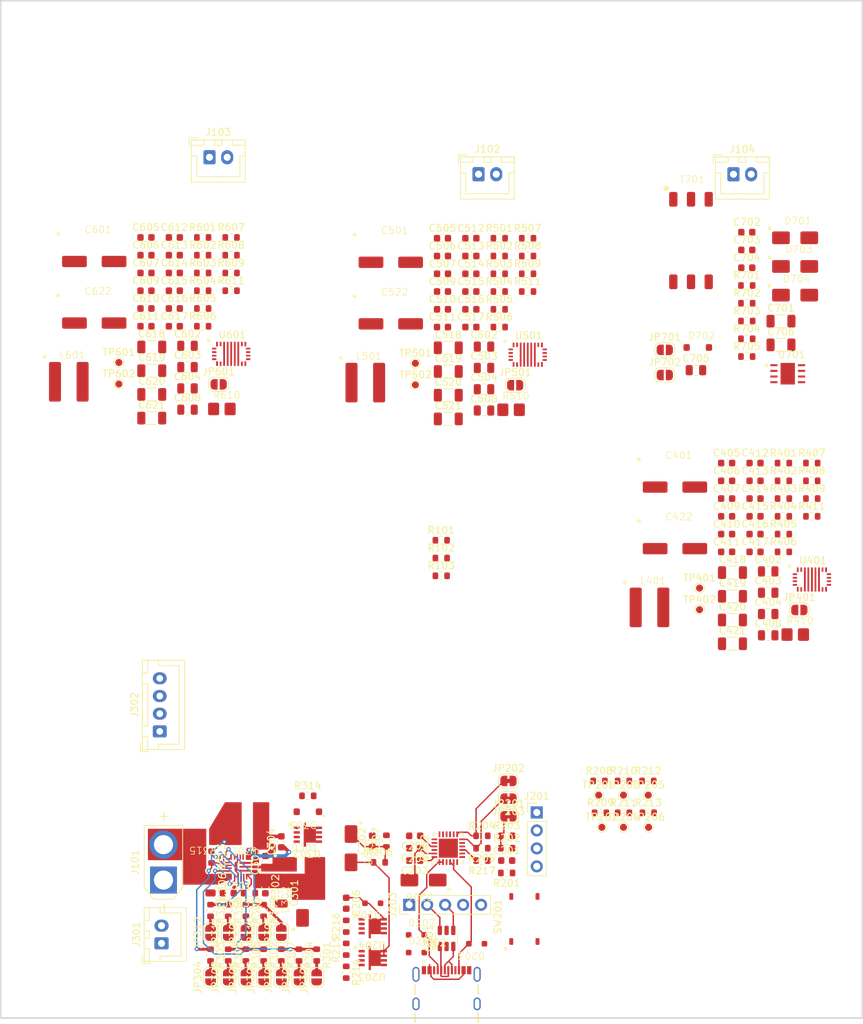
<source format=kicad_pcb>
(kicad_pcb (version 20240108) (generator "pcbnew") (generator_version "8.0")
  (layers (0 "F.Cu" signal) (1 "In1.Cu" power) (2 "In2.Cu" power) (31 "B.Cu" signal) (34 "B.Paste" user) (35 "F.Paste" user) (36 "B.SilkS" user "B.Silkscreen") (37 "F.SilkS" user "F.Silkscreen") (38 "B.Mask" user) (39 "F.Mask" user) (44 "Edge.Cuts" user))
  (net 0 "")
  (net 1 "/USB-C PD/RESET")
  (net 2 "GND")
  (net 3 "Net-(C202-Pad1)")
  (net 4 "Net-(U202-VDD)")
  (net 5 "Net-(U202-VREG_1V2)")
  (net 6 "Net-(U202-VREG_2V7)")
  (net 7 "Net-(C206-Pad2)")
  (net 8 "/Charger/VIN")
  (net 9 "/Buck-Boost-1/VIN")
  (net 10 "Net-(U301-BST)")
  (net 11 "Net-(U301-SW)")
  (net 12 "Net-(U301-VCC)")
  (net 13 "/Charger/VBATT")
  (net 14 "/Buck-Boost-1/VCC")
  (net 15 "Net-(U401-DITH{slash}SYNC)")
  (net 16 "Net-(U401-SW1)")
  (net 17 "Net-(U401-BOOT1)")
  (net 18 "Net-(U401-BOOT2)")
  (net 19 "Net-(U401-SW2)")
  (net 20 "Net-(U401-VOUT)")
  (net 21 "Net-(U401-ISP)")
  (net 22 "Net-(U401-ISN)")
  (net 23 "Net-(C415-Pad1)")
  (net 24 "Net-(U401-COMP)")
  (net 25 "/Buck-Boost-2/VCC")
  (net 26 "Net-(U501-DITH{slash}SYNC)")
  (net 27 "Net-(U501-BOOT1)")
  (net 28 "Net-(U501-SW1)")
  (net 29 "Net-(U501-SW2)")
  (net 30 "Net-(U501-BOOT2)")
  (net 31 "Net-(U501-VOUT)")
  (net 32 "Net-(U501-ISP)")
  (net 33 "Net-(U501-ISN)")
  (net 34 "Net-(C515-Pad1)")
  (net 35 "Net-(U501-COMP)")
  (net 36 "/Buck-Boost-3/VCC")
  (net 37 "Net-(U601-DITH{slash}SYNC)")
  (net 38 "Net-(U601-BOOT1)")
  (net 39 "Net-(U601-SW1)")
  (net 40 "Net-(U601-SW2)")
  (net 41 "Net-(U601-BOOT2)")
  (net 42 "Net-(U601-VOUT)")
  (net 43 "Net-(U601-ISP)")
  (net 44 "Net-(U601-ISN)")
  (net 45 "Net-(C615-Pad1)")
  (net 46 "Net-(U601-COMP)")
  (net 47 "/Buck-Boost-1/VOUT")
  (net 48 "/Isolated Flyback/VOUT+")
  (net 49 "Net-(C704-Pad1)")
  (net 50 "/Isolated Flyback/VOUT-")
  (net 51 "VBUS")
  (net 52 "/USB-C PD/CC1")
  (net 53 "/USB-C PD/CC2")
  (net 54 "/USB-C PD/VSYS")
  (net 55 "Net-(D302-Pad1)")
  (net 56 "Net-(D701-K)")
  (net 57 "/Isolated Flyback/SW")
  (net 58 "Net-(D703-Pad2)")
  (net 59 "/USB-C PD/pre_esd_D_N")
  (net 60 "SHIELD")
  (net 61 "SHIELD_1")
  (net 62 "/USB-C PD/pre_esd_D_P")
  (net 63 "SHIELD_2")
  (net 64 "SHIELD_3")
  (net 67 "Net-(JP201-A)")
  (net 68 "/USB-C PD/ADDR1")
  (net 69 "/USB-C PD/ADDR0")
  (net 70 "Net-(JP301-B)")
  (net 71 "Net-(JP302-B)")
  (net 72 "/Charger/CELL")
  (net 73 "Net-(JP304-B)")
  (net 74 "Net-(JP305-B)")
  (net 75 "Net-(JP306-B)")
  (net 76 "Net-(JP307-B)")
  (net 77 "Net-(JP308-B)")
  (net 78 "Net-(JP309-B)")
  (net 79 "Net-(JP310-B)")
  (net 80 "Net-(JP311-B)")
  (net 81 "Net-(JP312-B)")
  (net 82 "Net-(JP401-A)")
  (net 83 "Net-(JP501-A)")
  (net 84 "Net-(JP601-A)")
  (net 85 "Net-(JP701-B)")
  (net 86 "/Isolated Flyback/FB")
  (net 87 "Net-(JP702-B)")
  (net 88 "Net-(U301-CSP)")
  (net 89 "/Buck-Boost-1/FB_BT")
  (net 90 "/Buck-Boost-2/FB_BT")
  (net 91 "/Buck-Boost-3/FB_BT")
  (net 92 "/USB-C PD/SCL")
  (net 93 "/USB-C PD/SDA")
  (net 94 "Net-(U202-VBUS_VS_DISCH)")
  (net 95 "/USB-C PD/ALERT")
  (net 96 "/USB-C PD/POWER_OK2")
  (net 97 "/USB-C PD/POWER_OK3")
  (net 98 "/USB-C PD/A_B_SIDE")
  (net 99 "/USB-C PD/ATTACH")
  (net 100 "/USB-C PD/GPIO")
  (net 101 "Net-(R214-Pad1)")
  (net 102 "Net-(U202-VBUS_EN_SNK)")
  (net 103 "Net-(U202-DISCH)")
  (net 104 "/Charger/ILIM")
  (net 105 "/Charger/ISET")
  (net 106 "/Charger/NTC")
  (net 107 "/Charger/VB")
  (net 108 "/Charger/EN")
  (net 109 "/Buck-Boost-1/EN")
  (net 110 "Net-(U401-FSW)")
  (net 111 "/Buck-Boost-1/PG")
  (net 112 "/Buck-Boost-1/~{CC}")
  (net 113 "Net-(U401-CDC)")
  (net 114 "/Buck-Boost-2/EN")
  (net 115 "Net-(U501-FSW)")
  (net 116 "/Buck-Boost-2/PG")
  (net 117 "/Buck-Boost-2/~{CC}")
  (net 118 "Net-(U501-CDC)")
  (net 119 "/Buck-Boost-2/VOUT")
  (net 120 "/Buck-Boost-3/EN")
  (net 121 "Net-(U601-FSW)")
  (net 122 "/Buck-Boost-3/PG")
  (net 123 "/Buck-Boost-3/~{CC}")
  (net 124 "Net-(U601-CDC)")
  (net 125 "/Buck-Boost-3/VOUT")
  (net 126 "Net-(U701-RSET)")
  (net 129 "/USB-C PD/D_N")
  (net 131 "/USB-C PD/D_P")
  (net 133 "/Charger/~{ACOK}")
  (net 134 "/Charger/~{STAT}")
  (footprint "USB4105-GF-A:USB4105-GF-A" (layer "F.Cu") (at 125.25 159)
    (property "Reference" "J202")
    (property "Value" "USB4105-GF-A")
  )
  (footprint "Package_DFN_QFN:QFN-24-1EP_4x4mm_P0.5mm_EP2.7x2.7mm" (layer "F.Cu") (at 125.5 137 90)
    (property "Reference" "U202")
    (property "Value" "~")
  )
  (footprint "Jumper:SolderJumper-2_P1.3mm_Open_RoundedPad1.0x1.5mm" (layer "F.Cu") (at 156.085 66.59)
    (property "Reference" "JP701")
    (property "Value" "15 Volts")
  )
  (footprint "Capacitor_SMD:C_0603_1608Metric" (layer "F.Cu") (at 124.675 50.815)
    (property "Reference" "C505")
    (property "Value" "1u")
  )
  (footprint "TestPoint:TestPoint_Pad_D1.0mm" (layer "F.Cu") (at 161 100.25)
    (property "Reference" "TP401")
    (property "Value" "TestPoint")
  )
  (footprint "Capacitor_SMD:C_1206_3216Metric" (layer "F.Cu") (at 165.65 98.06)
    (property "Reference" "C418")
    (property "Value" "22u")
  )
  (footprint "Resistor_SMD:R_0603_1608Metric" (layer "F.Cu") (at 167.675 60)
    (property "Reference" "R702")
    (property "Value" "153.2k")
  )
  (footprint "1N4148W-13-F:1N4148W-13-F" (layer "F.Cu") (at 160.75 66.25)
    (property "Reference" "D702")
    (property "Value" "~")
  )
  (footprint "Resistor_SMD:R_0603_1608Metric" (layer "F.Cu") (at 150.25 132)
    (property "Reference" "R211")
    (property "Value" "100k")
  )
  (footprint "74438367010:74438367010" (layer "F.Cu") (at 113.77 71.21)
    (property "Reference" "L501")
    (property "Value" "1u")
  )
  (footprint "Capacitor_SMD:C_1206_3216Metric" (layer "F.Cu") (at 83.595 72.88)
    (property "Reference" "C620")
    (property "Value" "22u")
  )
  (footprint "Resistor_SMD:R_0603_1608Metric" (layer "F.Cu") (at 133.75 135.25)
    (property "Reference" "R203")
    (property "Value" "2.2k")
  )
  (footprint "Resistor_SMD:R_0603_1608Metric" (layer "F.Cu") (at 136.705 50.815)
    (property "Reference" "R507")
    (property "Value" "8.06k")
  )
  (footprint "Resistor_SMD:R_0603_1608Metric" (layer "F.Cu") (at 132.695 50.815)
    (property "Reference" "R501")
    (property "Value" "100k")
  )
  (footprint "Resistor_SMD:R_0603_1608Metric" (layer "F.Cu") (at 132.695 58.345)
    (property "Reference" "R504")
    (property "Value" "100k")
  )
  (footprint "74438367100:74438367100" (layer "F.Cu") (at 97.1 133.475 180)
    (property "Reference" "L301")
    (property "Value" "10u")
  )
  (footprint "865080543009:865080543009" (layer "F.Cu") (at 75.47 54.095)
    (property "Reference" "C601")
    (property "Value" "47u")
  )
  (footprint "Resistor_SMD:R_0603_1608Metric" (layer "F.Cu") (at 176.86 82.58)
    (property "Reference" "R407")
    (property "Value" "8.06k")
  )
  (footprint "PE1206FRE470R02L:PE1206FRE470R02L" (layer "F.Cu") (at 134.366993 75.05)
    (property "Reference" "R510")
    (property "Value" "20m")
  )
  (footprint "Jumper:SolderJumper-2_P1.3mm_Open_RoundedPad1.0x1.5mm" (layer "F.Cu") (at 175.1 103.34)
    (property "Reference" "JP401")
    (property "Value" "EN")
  )
  (footprint "Resistor_SMD:R_0603_1608Metric" (layer "F.Cu") (at 167.675 62.51)
    (property "Reference" "R703")
    (property "Value" "203.2k")
  )
  (footprint "Capacitor_SMD:C_0603_1608Metric" (layer "F.Cu") (at 82.775 58.23)
    (property "Reference" "C609")
    (property "Value" "10n")
  )
  (footprint "Resistor_SMD:R_0603_1608Metric" (layer "F.Cu") (at 104.4 152.1 -90)
    (property "Reference" "R304")
    (property "Value" "40.2k")
  )
  (footprint "Capacitor_SMD:C_0603_1608Metric" (layer "F.Cu") (at 128.685 60.855)
    (property "Reference" "C516")
    (property "Value" "1u")
  )
  (footprint "SISA35DN-T1-GE3:SISA35DN-T1-GE3" (layer "F.Cu") (at 114.822999 152.525001 180)
    (property "Reference" "U203")
    (property "Value" "~")
  )
  (footprint "Capacitor_SMD:C_0805_2012Metric" (layer "F.Cu") (at 88.645 75.04)
    (property "Reference" "C608")
    (property "Value" "4.7u")
  )
  (footprint "Connector_JST:JST_XH_B2B-XH-A_1x02_P2.50mm_Vertical" (layer "F.Cu") (at 129.77 41.77)
    (property "Reference" "J102")
    (property "Value" "5V")
  )
  (footprint "Resistor_SMD:R_0603_1608Metric" (layer "F.Cu") (at 172.85 87.6)
    (property "Reference" "R403")
    (property "Value" "9.31k")
  )
  (footprint "Capacitor_SMD:C_0603_1608Metric" (layer "F.Cu") (at 99.65 138.875 90)
    (property "Reference" "C303")
    (property "Value" "2.2u")
  )
  (footprint "Capacitor_SMD:C_0805_2012Metric" (layer "F.Cu") (at 130.545 75.155)
    (property "Reference" "C508")
    (property "Value" "4.7u")
  )
  (footprint "Capacitor_SMD:C_0805_2012Metric" (layer "F.Cu") (at 160.485 69.46)
    (property "Reference" "C705")
    (property "Value" "10u")
  )
  (footprint "Resistor_SMD:R_0603_1608Metric" (layer "F.Cu") (at 91.9 152.1 -90)
    (property "Reference" "R303")
    (property "Value" "10k")
  )
  (footprint "LM5181NGUR:NGU0008C-IPC_A" (layer "F.Cu") (at 173.461067 69.955)
    (property "Reference" "U701")
    (property "Value" "~")
  )
  (footprint "Jumper:SolderJumper-2_P1.3mm_Open_RoundedPad1.0x1.5mm" (layer "F.Cu") (at 96.9 155.25 90)
    (property "Reference" "JP306")
    (property "Value" "2 Amp")
  )
  (footprint "865080543009:865080543009" (layer "F.Cu") (at 117.37 54.21)
    (property "Reference" "C501")
    (property "Value" "47u")
  )
  (footprint "Jumper:SolderJumper-2_P1.3mm_Open_RoundedPad1.0x1.5mm" (layer "F.Cu") (at 101.9 155.25 90)
    (property "Reference" "JP308")
    (property "Value" "3 Amp")
  )
  (footprint "TPS552872RYQR:TPS552872RYQR" (layer "F.Cu") (at 136.72 67.27)
    (property "Reference" "U501")
    (property "Value" "~" (hide yes))
  )
  (footprint "Connector_PinHeader_2.54mm:PinHeader_1x04_P2.54mm_Vertical" (layer "F.Cu") (at 138 131.95)
    (property "Reference" "J201")
    (property "Value" "Conn_01x04_Socket")
  )
  (footprint "Jumper:SolderJumper-2_P1.3mm_Bridged_RoundedPad1.0x1.5mm" (layer "F.Cu") (at 134 132.5)
    (property "Reference" "JP201")
    (property "Value" "SolderJumper_2_Bridged")
  )
  (footprint "Resistor_SMD:R_0603_1608Metric" (layer "F.Cu") (at 92.05 138.25 -90)
    (property "Reference" "R313")
    (property "Value" "10k")
  )
  (footprint "Capacitor_SMD:C_0805_2012Metric" (layer "F.Cu") (at 130.545 69.135)
    (property "Reference" "C503")
    (property "Value" "10u")
  )
  (footprint "Capacitor_SMD:C_0603_1608Metric" (layer "F.Cu") (at 124.675 53.325)
    (property "Reference" "C506")
    (property "Value" "100n")
  )
  (footprint "Capacitor_SMD:C_0603_1608Metric" (layer "F.Cu") (at 82.775 60.74)
    (property "Reference" "C610")
    (property "Value" "100n")
  )
  (footprint "Capacitor_SMD:C_0603_1608Metric" (layer "F.Cu") (at 168.84 92.62)
    (property "Reference" "C416")
    (property "Value" "1u")
  )
  (footprint "Jumper:SolderJumper-2_P1.3mm_Bridged_RoundedPad1.0x1.5mm" (layer "F.Cu") (at 134 130 180)
    (property "Reference" "JP203")
    (property "Value" "SolderJumper_2_Bridged")
  )
  (footprint "Resistor_SMD:R_0603_1608Metric" (layer "F.Cu") (at 101.9 152.1 -90)
    (property "Reference" "R307")
    (property "Value" "27.4k")
  )
  (footprint "Capacitor_SMD:C_0603_1608Metric" (layer "F.Cu") (at 101.9 136.1 90)
    (property "Reference" "C304")
    (property "Value" "100n")
  )
  (footprint "Resistor_SMD:R_0603_1608Metric" (layer "F.Cu") (at 132.695 63.365)
    (property "Reference" "R506")
    (property "Value" "150k")
  )
  (footprint "Capacitor_SMD:C_0603_1608Metric" (layer "F.Cu") (at 164.83 92.62)
    (property "Reference" "C410")
    (property "Value" "100n")
  )
  (footprint "Capacitor_SMD:C_0603_1608Metric" (layer "F.Cu") (at 128.685 53.325)
    (property "Reference" "C513")
    (property "Value" "100n")
  )
  (footprint "Capacitor_SMD:C_0603_1608Metric" (layer "F.Cu") (at 111.072999 144.775001 -90)
    (property "Reference" "C206")
    (property "Value" "100n")
  )
  (footprint "Resistor_SMD:R_0603_1608Metric" (layer "F.Cu") (at 116.75 136 90)
    (property "Reference" "R207")
    (property "Value" "1k")
  )
  (footprint "Jumper:SolderJumper-2_P1.3mm_Open_RoundedPad1.0x1.5mm" (layer "F.Cu") (at 104.4 155.25 90)
    (property "Reference" "JP305")
    (property "Value" "2 Amp")
  )
  (footprint "Capacitor_SMD:C_0603_1608Metric" (layer "F.Cu") (at 86.785 63.25)
    (property "Reference" "C617")
    (property "Value" "100p")
  )
  (footprint "Resistor_SMD:R_0603_1608Metric" (layer "F.Cu") (at 147 132)
    (property "Reference" "R209")
    (property "Value" "100k")
  )
  (footprint "Resistor_SMD:R_0603_1608Metric" (layer "F.Cu") (at 146.8 127.5)
    (property "Reference" "R208")
    (property "Value" "100k")
  )
  (footprint "Capacitor_SMD:C_0805_2012Metric" (layer "F.Cu") (at 170.7 97.89)
    (property "Reference" "C402")
    (property "Value" "10u")
  )
  (footprint "Capacitor_SMD:C_0805_2012Metric" (layer "F.Cu") (at 88.645 69.02)
    (property "Reference" "C603")
    (property "Value" "10u")
  )
  (footprint "Resistor_SMD:R_0603_1608Metric" (layer "F.Cu") (at 90.795 63.25)
    (property "Reference" "R606")
    (property "Value" "150k")
  )
  (footprint "Capacitor_SMD:C_0603_1608Metric" (layer "F.Cu") (at 164.83 90.11)
    (property "Reference" "C409")
    (property "Value" "10n")
  )
  (footprint "Resistor_SMD:R_0603_1608Metric" (layer "F.Cu") (at 94.4 152.1 -90)
    (property "Reference" "R308")
    (property "Value" "31.6k")
  )
  (footprint "Capacitor_SMD:C_0805_2012Metric" (layer "F.Cu") (at 130.545 66.125)
    (property "Reference" "C502")
    (property "Value" "10u")
  )
  (footprint "Capacitor_SMD:C_0603_1608Metric" (layer "F.Cu") (at 124.675 63.365)
    (property "Reference" "C511")
    (property "Value" "100n")
  )
  (footprint "Resistor_SMD:R_0603_1608Metric" (layer "F.Cu") (at 153.7 127.5)
    (property "Reference" "R212")
    (property "Value" "100k")
  )
  (footprint "Resistor_SMD:R_0603_1608Metric" (layer "F.Cu") (at 132.695 53.325)
    (property "Reference" "R502")
    (property "Value" "100k")
  )
  (footprint "TestPoint:TestPoint_Pad_D1.0mm" (layer "F.Cu") (at 161 103.3)
    (property "Reference" "TP402")
    (property "Value" "TestPoint")
  )
  (footprint "STS321240B301:STS321240B301" (layer "F.Cu") (at 114.822999 144.775001 180)
    (property "Reference" "D204")
    (property "Value" "24V")
  )
  (footprint "Resistor_SMD:R_0603_1608Metric" (layer "F.Cu") (at 106.9 152.1 -90)
    (property "Reference" "R301")
    (property "Value" "80.6k")
  )
  (footprint "Resistor_SMD:R_0603_1608Metric" (layer "F.Cu") (at 130.25 135.25)
    (property "Reference" "R204")
    (property "Value" "100k")
  )
  (footprint "Resistor_SMD:R_0603_1608Metric" (layer "F.Cu") (at 172.85 85.09)
    (property "Reference" "R402")
    (property "Value" "100k")
  )
  (footprint "Jumper:SolderJumper-2_P1.3mm_Bridged_RoundedPad1.0x1.5mm" (layer "F.Cu") (at 134 127.5)
    (property "Reference" "JP202")
    (property "Value" "SolderJumper_2_Bridged")
  )
  (footprint "Capacitor_SMD:C_0805_2012Metric" (layer "F.Cu") (at 91.9 142.375 -90)
    (property "Reference" "C306")
    (property "Value" "10u")
  )
  (footprint "STS321240B301:STS321240B301" (layer "F.Cu") (at 129.5 150.5 180)
    (property "Reference" "D203")
    (property "Value" "24V")
  )
  (footprint "865080543009:865080543009" (layer "F.Cu") (at 75.47 62.795)
    (property "Reference" "C622")
    (property "Value" "47u")
  )
  (footprint "TestPoint:TestPoint_Pad_D1.0mm" (layer "F.Cu") (at 150.25 134.05)
    (property "Reference" "TP204")
    (property "Value" "TestPoint")
  )
  (footprint "Resistor_SMD:R_0603_1608Metric" (layer "F.Cu") (at 176.86 90.11)
    (property "Reference" "R411")
    (property "Value" "100k")
  )
  (footprint "Capacitor_SMD:C_0603_1608Metric" (layer "F.Cu") (at 86.785 50.7)
    (property "Reference" "C612")
    (property "Value" "100n")
  )
  (footprint "Jumper:SolderJumper-2_P1.3mm_Open_RoundedPad1.0x1.5mm" (layer "F.Cu") (at 93.045 71.46)
    (property "Reference" "JP601")
    (property "Value" "EN")
  )
  (footprint "Resistor_SMD:R_0603_1608Metric" (layer "F.Cu") (at 130.25 137 180)
    (property "Reference" "R205")
    (property "Value" "100k")
  )
  (footprint "Capacitor_SMD:C_1206_3216Metric" (layer "F.Cu") (at 172.505 65.88)
    (property "Reference" "C706")
    (property "Value" "22u")
  )
  (footprint "Jumper:SolderJumper-2_P1.3mm_Open_RoundedPad1.0x1.5mm" (layer "F.Cu") (at 91.9 148.95 90)
    (property "Reference" "JP312")
    (property "Value" "4.2 Volts")
  )
  (footprint "xt30:AMASS_XT30U-F_1x02_P5.0mm_Vertical" (layer "F.Cu") (at 85.25 141.5 90)
    (property "Reference" "J101")
    (property "Value" "Battery")
  )
  (footprint "MP2759GQ-0000-Z:MP2759GQ-0000-Z" (layer "F.Cu") (at 95.9 139.625 180)
    (property "Reference" "U301")
    (property "Value" "~")
  )
  (footprint "Jumper:SolderJumper-2_P1.3mm_Open_RoundedPad1.0x1.5mm" (layer "F.Cu") (at 96.9 148.95 90)
    (property "Reference" "JP307")
    (property "Value" "2-cell series")
  )
  (footprint "Capacitor_SMD:C_0603_1608Metric" (layer "F.Cu") (at 124.675 60.855)
    (property "Reference" "C510")
    (property "Value" "100n")
  )
  (footprint "Capacitor_SMD:C_0603_1608Metric" (layer "F.Cu") (at 86.785 55.72)
    (property "Reference" "C614")
    (property "Value" "100n")
  )
  (footprint "SMAZ22-13-F:SMAZ22-13-F" (layer "F.Cu") (at 174.5 58.85)
    (property "Reference" "D704")
    (property "Value" "22V")
  )
  (footprint "Resistor_SMD:R_0603_1608Metric" (layer "F.Cu") (at 172.85 82.58)
    (property "Reference" "R401")
    (property "Value" "100k")
  )
  (footprint "750315829:750315829" (layer "F.Cu") (at 159.794 51.14041)
    (property "Reference" "T701")
    (property "Value" "150u")
  )
  (footprint "SK34SMA-3G:SK34SMA-3G" (layer "F.Cu") (at 104.9 144.85 90)
    (property "Reference" "D302")
    (property "Value" "~")
  )
  (footprint "Resistor_SMD:R_0603_1608Metric" (layer "F.Cu") (at 99.4 152.1 -90)
    (property "Reference" "R302")
    (property "Value" "95.3")
  )
  (footprint "Capacitor_SMD:C_0805_2012Metric" (layer "F.Cu") (at 170.7 100.9)
    (property "Reference" "C403")
    (property "Value" "10u")
  )
  (footprint "Resistor_SMD:R_0603_1608Metric" (layer "F.Cu") (at 172.85 92.62)
    (property "Reference" "R405")
    (property "Value" "100k")
  )
  (footprint "Capacitor_SMD:C_1206_3216Metric" (layer "F.Cu") (at 125.495 66.295)
    (property "Reference" "C518")
    (property "Value" "22u")
  )
  (footprint "Capacitor_SMD:C_0603_1608Metric" (layer "F.Cu") (at 120.75 135.25 180)
    (property "Reference" "C204")
    (property "Value" "1u")
  )
  (footprint "SK34SMA-3G:SK34SMA-3G" (layer "F.Cu") (at 104.65 139.35)
    (property "Reference" "D301")
    (property "Value" "~")
  )
  (footprint "Capacitor_SMD:C_0603_1608Metric" (layer "F.Cu") (at 164.83 82.58)
    (property "Reference" "C405")
    (property "Value" "1u")
  )
  (footprint "Capacitor_SMD:C_0603_1608Metric" (layer "F.Cu") (at 128.685 63.365)
    (property "Reference" "C517")
    (property "Value" "100p")
  )
  (footprint "Capacitor_SMD:C_0603_1608Metric" (layer "F.Cu") (at 120.75 137 180)
    (property "Reference" "C205")
    (property "Value" "1u")
  )
  (footprint "Resistor_SMD:R_0603_1608Metric" (layer "F.Cu") (at 99.4 145.8 -90)
    (property "Reference" "R309")
    (property "Value" "65k")
  )
  (footprint "BZT52C11-7-F:BZT52C11-7-F" (layer "F.Cu") (at 105.65 131.85 180)
    (property "Reference" "D303")
    (property "Value" "11V")
  )
  (footprint "Capacitor_SMD:C_0603_1608Metric" (layer "F.Cu") (at 168.84 85.09)
    (property "Reference" "C413")
    (property "Value" "100n")
  )
  (footprint "Capacitor_SMD:C_0603_1608Metric" (layer "F.Cu") (at 128.685 50.815)
    (property "Reference" "C512")
    (property "Value" "100n")
  )
  (footprint "Jumper:SolderJumper-2_P1.3mm_Open_RoundedPad1.0x1.5mm" (layer "F.Cu") (at 134.945 71.575)
    (property "Reference" "JP501")
    (property "Value" "EN")
  )
  (footprint "Capacitor_SMD:C_0603_1608Metric" (layer "F.Cu") (at 133.75 138.75)
    (property "Reference" "C201")
    (property "Value" "100n")
  )
  (footprint "SK34SMA-3G:SK34SMA-3G" (layer "F.Cu") (at 122 141.5 180)
    (property "Reference" "D206")
    (property "Value" "~")
  )
  (footprint "Capacitor_SMD:C_0603_1608Metric" (layer "F.Cu") (at 124.675 58.345)
    (property "Reference" "C509")
    (property "Value" "10n")
  )
  (footprint "Resistor_SMD:R_0603_1608Metric" (layer "F.Cu") (at 105.65 129.6)
    (property "Reference" "R314")
    (property "Value" "1M")
  )
  (footprint "Capacitor_SMD:C_1206_3216Metric" (layer "F.Cu") (at 125.495 76.345)
    (property "Reference" "C521")
    (property "Value" "22u")
  )
  (footprint "Resistor_SMD:R_0603_1608Metric" (layer "F.Cu") (at 136.705 58.345)
    (property "Reference" "R511")
    (property "Value" "100k")
  )
  (footprint "Capacitor_SMD:C_1206_3216Metric" (layer "F.Cu") (at 165.65 104.76)
    (property "Reference" "C420")
    (property "Value" "22u")
  )
  (footprint "Resistor_SMD:R_0603_1608Metric" (layer "F.Cu") (at 133.75 137)
    (property "Reference" "R202")
    (property "Value" "2.2k")
  )
  (footprint "Capacitor_SMD:C_0603_1608Metric" (layer "F.Cu") (at 86.785 53.21)
    (property "Reference" "C613")
    (property "Value" "100n")
  )
  (footprint "Capacitor_SMD:C_1206_3216Metric" (layer "F.Cu") (at 172.505 62.53)
    (property "Reference" "C701")
    (property "Value" "22u")
  )
  (footprint "Capacitor_SMD:C_1206_3216Metric" (layer "F.Cu") (at 101.9 143.35 -90)
    (property "Reference" "C301")
    (property "Value" "22u")
  )
  (footprint "TestPoint:TestPoint_Pad_D1.0mm" (layer "F.Cu") (at 153.75 129.5)
    (property "Reference" "TP205")
    (property "Value" "TestPoint")
  )
  (footprint "STS321240B301:STS321240B301" (layer "F.Cu") (at 121 149.25)
    (property "Reference" "D202")
    (property "Value" "24V")
  )
  (footprint "Resistor_SMD:R_0603_1608Metric" (layer "F.Cu") (at 96.9 152.1 -90)
    (property "Reference" "R305")
    (property "Value" "47.5k")
  )
  (footprint "Resistor_SMD:R_0603_1608Metric" (layer "F.Cu") (at 90.795 60.74)
    (property "Reference" "R605")
    (property "Value" "100k")
  )
  (footprint "Resistor_SMD:R_0603_1608Metric" (layer "F.Cu") (at 176.86 85.09)
    (property "Reference" "R408")
    (property "Value" "10")
  )
  (footprint "Resistor_SMD:R_0603_1608Metric" (layer "F.Cu") (at 96.9 145.8 -90)
    (property "Reference" "R306")
    (property "Value" "35k")
  )
  (footprint "SISA35DN-T1-GE3:SISA35DN-T1-GE3" (layer "F.Cu") (at 105.65 135.1 180)
    (property "Reference" "U302")
    (property "Value" "~")
  )
  (footprint "Capacitor_SMD:C_0603_1608Metric" (layer "F.Cu") (at 168.84 87.6)
    (property "Reference" "C414")
    (property "Value" "100n")
  )
  (footprint "TestPoint:TestPoint_Pad_D1.0mm" (layer "F.Cu") (at 146.75 129.5)
    (property "Reference" "TP201")
    (property "Value" "TestPoint")
  )
  (footprint "Resistor_SMD:R_0603_1608Metric" (layer "F.Cu") (at 176.86 87.6)
    (property "Reference" "R409")
    (property "Value" "10")
  )
  (footprint "Resistor_SMD:R_0603_1608Metric" (layer "F.Cu") (at 94.805 58.23)
    (property "Reference" "R611")
    (property "Value" "100k")
  )
  (footprint "Capacitor_SMD:C_1206_3216Metric" (layer "F.Cu") (at 125.495 72.995)
    (property "Reference" "C520")
    (property "Value" "22u")
  )
  (footprint "Jumper:SolderJumper-2_P1.3mm_Open_RoundedPad1.0x1.5mm" (layer "F.Cu") (at 156.085 70.14)
    (property "Reference" "JP702")
    (property "Value" "20 Volts")
  )
  (footprint "SK34SMA-3G:SK34SMA-3G" (layer "F.Cu") (at 174.5 54.8)
    (property "Reference" "D703")
    (property "Value" "~")
  )
  (footprint "PE1206FRE470R02L:PE1206FRE470R02L" (layer "F.Cu") (at 93.5 74.935)
    (property "Reference" "R610")
    (property "Value" "20m")
  )
  (footprint "Capacitor_SMD:C_0805_2012Metric" (layer "F.Cu") (at 88.645 72.03)
    (property "Reference" "C604")
    (property "Value" "10u")
  )
  (footprint "Resistor_SMD:R_0603_1608Metric" (layer "F.Cu") (at 130.25 138.75 180)
    (property "Reference" "R217")
    (property "Value" "1k")
  )
  (footprint "Capacitor_SMD:C_1206_3216Metric" (layer "F.Cu") (at 83.595 76.23)
    (property "Reference" "C621")
    (property "Value" "22u")
  )
  (footprint "Resistor_SMD:R_0603_1608Metric" (layer "F.Cu") (at 153.75 132)
    (property "Reference" "R213")
    (property "Value" "100k")
  )
  (footprint "TestPoint:TestPoint_Pad_D1.0mm" (layer "F.Cu") (at 78.945 71.42)
    (property "Reference" "TP602")
    (property "Value" "TestPoint")
  )
  (footprint "Resistor_SMD:R_0603_1608Metric" (layer "F.Cu") (at 136.705 55.835)
    (property "Reference" "R509")
    (property "Value" "10")
  )
  (footprint "Capacitor_SMD:C_0603_1608Metric" (layer "F.Cu") (at 167.675 49.96)
    (property "Reference" "C702")
    (property "Value" "1u")
  )
  (footprint "Connector_JST:JST_XH_B2B-XH-A_1x02_P2.50mm_Vertical" (layer "F.Cu") (at 165.794 41.77541)
    (property "Reference" "J104")
    (property "Value" "V_ISOLATED")
  )
  (footprint "Connector_JST:JST_XH_B2B-XH-A_1x02_P2.50mm_Vertical" (layer "F.Cu") (at 91.75 39.375)
    (property "Reference" "J103")
    (property "Value" "3.3V")
  )
  (footprint "Capacitor_SMD:C_0603_1608Metric" (layer "F.Cu") (at 167.675 54.98)
    (property "Reference" "C704")
    (property "Value" "22p")
  )
  (footprint "Capacitor_SMD:C_0805_2012Metric" (layer "F.Cu") (at 170.7 103.91)
    (property "Reference" "C404")
    (property "Value" "10u")
  )
  (footprint "Jumper:SolderJumper-2_P1.3mm_Open_RoundedPad1.0x1.5mm" (layer "F.Cu") (at 101.9 148.95 90)
    (property "Reference" "JP303")
    (property "Value" "1-cell series")
  )
  (footprint "Capacitor_SMD:C_0603_1608Metric" (layer "F.Cu") (at 168.84 82.58)
    (property "Reference" "C412")
    (property "Value" "100n")
  )
  (footprint "TPS552872RYQR:TPS552872RYQR" (layer "F.Cu") (at 176.875 99.035)
    (property "Reference" "U401")
    (property "Value" "~" (hide yes))
  )
  (footprint "Resistor_SMD:R_0603_1608Metric" (layer "F.Cu") (at 90.795 53.21)
    (property "Reference" "R602")
    (property "Value" "100k")
  )
  (footprint "Resistor_SMD:R_0603_1608Metric" (layer "F.Cu") (at 132.695 55.835)
    (property "Reference" "R503")
    (property "Value" "9.31k")
  )
  (footprint "Resistor_SMD:R_0603_1608Metric" (layer "F.Cu") (at 91.9 145.8 -90)
    (property "Reference" "R311")
    (property "Value" "105k")
  )
  (footprint "PE1206FRE470R02L:PE1206FRE470R02L" (layer "F.Cu") (at 91.5 135.35 180)
    (property "Reference" "R315")
    (property "Value" "20m")
  )
  (footprint "Capacitor_SMD:C_0603_1608Metric" (layer "F.Cu") (at 82.775 55.72)
    (property "Reference" "C607")
    (property "Value" "100n")
  )
  (footprint "Jumper:SolderJumper-2_P1.3mm_Open_RoundedPad1.0x1.5mm" (layer "F.Cu") (at 91.9 155.25 90)
    (property "Reference" "JP304")
    (property "Value" "Dummy NTC")
  )
  (footprint "PTS526_SK15_SMTR2_LFS:SMT_FS" (layer "F.Cu") (at 136.25 147 90)
    (property "Reference" "SW201")
    (property "Value" "PTS526 SK15 SMTR2 LFS")
  )
  (footprint "TestPoint:TestPoint_Pad_D1.0mm" (layer "F.Cu") (at 150.25 129.5)
    (property "Reference" "TP203")
    (property "Value" "TestPoint")
  )
  (footprint "Resistor_SMD:R_0603_1608Metric" (layer "F.Cu") (at 90.795 58.23)
    (property "Reference" "R604")
    (property "Value" "100k")
  )
  (footprint "Resistor_SMD:R_0603_1608Metric" (layer "F.Cu") (at 90.795 55.72)
    (property "Reference" "R603")
    (property "Value" "9.31k")
  )
  (footprint "Resistor_SMD:R_0603_1608Metric" (layer "F.Cu") (at 111.072999 148.025001 90)
    (property "Reference" "R216")
    (property "Value" "100")
  )
  (footprint "Jumper:SolderJumper-2_P1.3mm_Open_RoundedPad1.0x1.5mm" (layer "F.Cu") (at 99.4 148.95 90)
    (property "Reference" "JP310")
    (property "Value" "3-cell series")
  )
  (footprint "Capacitor_SMD:C_1206_3216Metric" (layer "F.Cu") (at 125.495 69.645)
    (property "Reference" "C519")
    (property "Value" "22u")
  )
  (footprint "Capacitor_SMD:C_0603_1608Metric" (layer "F.Cu") (at 86.785 58.23)
    (property "Reference" "C615")
    (property "Value" "10n")
  )
  (footprint "TestPoint:TestPoint_Pad_D1.0mm" (layer "F.Cu") (at 78.945 68.37)
    (property "Reference" "TP601")
    (property "Value" "TestPoint")
  )
  (footprint "STS321240B301:STS321240B301" (layer "F.Cu") (at 121 151.75)
    (property "Reference" "D201")
    (property "Value" "24V")
  )
  (footprint "Capacitor_SMD:C_0603_1608Metric" (layer "F.Cu") (at 164.83 85.09)
    (property "Reference" "C406")
    (property "Value" "100n")
  )
  (footprint "Resistor_SMD:R_0603_1608Metric" (layer "F.Cu") (at 111.072999 151.275001 90)
    (property "Reference" "R215")
    (property "Value" "100k")
  )
  (footprint "SISA35DN-T1-GE3:SISA35DN-T1-GE3" (layer "F.Cu") (at 114.822999 148.025001 180)
    (property "Reference" "U204")
    (property "Value" "~")
  )
  (footprint "Resistor_SMD:R_0603_1608Metric" (layer "F.Cu") (at 124.5 98.51)
    (property "Reference" "R103")
    (property "Value" "56.2k")
  )
  (footprint "Resistor_SMD:R_0603_1608Metric" (layer "F.Cu") (at 94.805 55.72)
    (property "Reference" "R609")
    (property "Value" "10")
  )
  (footprint "Resistor_SMD:R_0603_1608Metric" (layer "F.Cu") (at 115.75 139)
    (property "Reference" "R206")
    (property "Value" "470")
  )
  (footprint "Capacitor_SMD:C_0603_1608Metric" (layer "F.Cu") (at 128.685 58.345)
    (property "Reference" "C515")
    (property "Value" "10n")
  )
  (footprint "Jumper:SolderJumper-2_P1.3mm_Open_RoundedPad1.0x1.5mm" (layer "F.Cu") (at 94.4 155.25 90)
    (property "Reference" "JP309")
    (property "Value" "3 Amp")
  )
  (footprint "Resistor_SMD:R_0603_1608Metric" (layer "F.Cu") (at 94.805 50.7)
    (property "Reference" "R607")
    (property "Value" "8.06k")
  )
  (footprint "Capacitor_SMD:C_0603_1608Metric" (layer "F.Cu") (at 128.685 55.835)
    (property "Reference" "C514")
    (property "Value" "100n")
  )
  (footprint "865080543009:865080543009" (layer "F.Cu") (at 157.525 85.975)
    (property "Reference" "C401")
    (property "Value" "47u")
  )
  (footprint "Capacitor_SMD:C_1206_3216Metric" (layer "F.Cu") (at 83.595 69.53)
    (property "Reference" "C619")
    (property "Value" "22u")
  )
  (footprint "Resistor_SMD:R_0603_1608Metric" (layer "F.Cu") (at 172.85 95.13)
    (property "Reference" "R406")
    (property "Value" "150k")
  )
  (footprint "Capacitor_SMD:C_0603_1608Metric" (layer "F.Cu") (at 124.675 55.835)
    (property "Reference" "C507")
    (property "Value" "100n")
  )
  (footprint "Capacitor_SMD:C_0603_1608Metric" (layer "F.Cu") (at 94.4 143.35 180)
    (property "Reference" "C305")
    (property "Value" "1u")
  )
  (footprint "74438367010:74438367010" (layer "F.Cu") (at 153.925 102.975)
    (property "Reference" "L401")
    (property "Value" "1u")
  )
  (footprint "Resistor_SMD:R_0603_1608Metric" (layer "F.Cu") (at 167.675 57.49)
    (property "Reference" "R701")
    (property "Value" "12.1k")
  )
  (footprint "Connector_PinHeader_2.54mm:PinHeader_1x05_P2.54mm_Vertical" (layer "F.Cu") (at 119.97 145 90)
    (property "Reference" "J203")
    (property "Value" "USB IDC")
  )
  (footprint "Capacitor_SMD:C_0805_2012Metric" (layer "F.Cu") (at 88.645 66.01)
    (property "Reference" "C602")
    (property "Value" "10u")
  )
  (footprint "Connector_JST:JST_XH_B4B-XH-A_1x04_P2.50mm_Vertical" (layer "F.Cu") (at 84.725 120.5 90)
    (property "Reference" "J302")
    (property "Value" "Conn_01x04_Socket")
  )
  (footprint "Capacitor_SMD:C_0603_1608Metric" (layer "F.Cu") (at 164.83 95.13)
    (property "Reference" "C411")
    (property "Value" "100n")
  )
  (footprint "865080543009:865080543009" (layer "F.Cu") (at 117.37 62.91)
    (property "Reference" "C522")
    (property "Value" "47u")
  )
  (footprint "Capacitor_SMD:C_0603_1608Metric" (layer "F.Cu") (at 168.84 95.13)
    (property "Reference" "C417")
    (property "Value" "100p")
  )
  (footprint "Capacitor_SMD:C_0603_1608Metric" (layer "F.Cu") (at 99.65 142.6 -90)
    (property "Reference" "C302")
    (property "Value" "1u")
  )
  (footprint "Resistor_SMD:R_0603_1608Metric" (layer "F.Cu") (at 124.5 93.49)
    (property "Reference" "R101")
    (property "Value" "8.06k")
  )
  (footprint "Resistor_SMD:R_0603_1608Metric" (layer "F.Cu") (at 90.795 50.7)
    (property "Reference" "R601")
    (property "Value" "100k")
  )
  (footprint "Resistor_SMD:R_0603_1608Metric" (layer "F.Cu") (at 167.675 67.53)
    (property "Reference" "R705")
    (property "Value" "2.2k")
  )
  (footprint "Capacitor_SMD:C_0603_1608Metric" (layer "F.Cu") (at 82.775 53.21)
    (property "Reference" "C606")
    (property "Value" "100n")
  )
  (footprint "Capacitor_SMD:C_0805_2012Metric" (layer "F.Cu") (at 170.7 106.92)
    (property "Reference" "C408")
    (property "Value" "4.7u")
  )
  (footprint "Capacitor_SMD:C_1206_3216Metric" (layer "F.Cu") (at 165.65 108.11)
    (property "Reference" "C421")
    (property "Value" "22u")
  )
  (footprint "Resistor_SMD:R_0603_1608Metric" (layer "F.Cu") (at 172.85 90.11)
    (property "Reference" "R404")
    (property "Value" "100k")
  )
  (footprint "865080543009:865080543009" (layer "F.Cu") (at 157.525 94.675)
    (property "Reference" "C422")
    (property "Value" "47u")
  )
  (footprint "Resistor_SMD:R_0603_1608Metric" (layer "F.Cu") (at 132.695 60.855)
    (property "Reference" "R505")
    (property "Value" "100k")
  )
  (footprint "PE1206FRE470R02L:PE1206FRE470R02L" (layer "F.Cu") (at 174.521993 106.815)
    (property "Reference" "R410")
    (property "Value" "20m")
  )
  (footprint "TestPoint:TestPoint_Pad_D1.0mm" (layer "F.Cu") (at 147.2 134.05)
    (property "Reference" "TP202")
    (property "Value" "TestPoint")
  )
  (footprint "Jumper:SolderJumper-2_P1.3mm_Open_RoundedPad1.0x1.5mm" (layer "F.Cu") (at 106.9 155.25 90)
    (property "Reference" "JP301")
    (property "Value" "1 Amp")
  )
  (footprint "Resistor_SMD:R_0603_1608Metric" (layer "F.Cu") (at 133.75 140.5 180)
    (property "Reference" "R201")
    (property "Value" "100k")
  )
  (footprint "Capacitor_SMD:C_0603_1608Metric" (layer "F.Cu") (at 164.83 87.6)
    (property "Reference" "C407")
    (property "Value" "100n")
  )
  (footprint "Resistor_SMD:R_0603_1608Metric" (layer "F.Cu") (at 111.072999 154.525001 -90)
    (property "Reference" "R214")
    (property "Value" "22k")
  )
  (footprint "Resistor_SMD:R_0603_1608Metric" (layer "F.Cu") (at 136.705 53.325)
    (property "Reference" "R508")
    (property "Value" "10")
  )
  (footprint "Capacitor_SMD:C_1206_3216Metric" (layer "F.Cu") (at 83.595 66.18)
    (property "Reference" "C618")
    (property "Value" "22u")
  )
  (footprint "Resistor_SMD:R_0603_1608Metric" (layer "F.Cu") (at 94.805 53.21)
    (property "Reference" "R608")
    (property "Value" "10")
  )
  (footprint "Resistor_SMD:R_0603_1608Metric" (layer "F.Cu") (at 167.675 65.02)
    (property "Reference" "R704")
    (property "Value" "100")
  )
  (footprint "Connector_JST:JST_XH_B2B-XH-A_1x02_P2.50mm_Vertical" (layer "F.Cu") (at 84.975 150.45 90)
    (property "Reference" "J301")
    (property "Value" "Conn_01x02_Socket")
  )
  (footprint "Capacitor_SMD:C_0603_1608Metric" (layer "F.Cu") (at 114.75 136 90)
    (property "Reference" "C202")
    (property "Value" "1u")
  )
  (footprint "TestPoint:TestPoint_Pad_D1.0mm" (layer "F.Cu") (at 120.845 68.485)
    (property "Reference" "TP501")
    (property "Value" "TestPoint")
  )
  (footprint "Capacitor_SMD:C_0603_1608Metric" (layer "F.Cu") (at 167.675 52.47)
    (property "Reference" "C703")
    (property "Value" "100n")
  )
  (footprint "SMAZ27-13-F:SMAZ27-13-F" (layer "F.Cu") (at 174.5 50.75)
    (property "Reference" "D701")
    (property "Value" "27V")
  )
  (footprint "Capacitor_SMD:C_0805_2012Metric" (layer "F.Cu") (at 130.545 72.145)
    (property "Reference" "C504")
    (property "Value" "10u")
  )
  (footprint "Resistor_SMD:R_0603_1608Metric" (layer "F.Cu") (at 124.5 96)
    (property "Reference" "R102")
    (property "Value" "31.6k")
  )
  (footprint "Capacitor_SMD:C_1206_3216Metric" (layer "F.Cu") (at 165.65 101.41)
    (property "Reference" "C419")
    (property "Value" "22u")
  )
  (footprint "74438367010:74438367010" (layer "F.Cu") (at 71.87 71.095)
    (property "Reference" "L601")
    (property "Value" "1u")
  )
  (footprint "Resistor_SMD:R_0603_1608Metric" (layer "F.Cu") (at 94.4 145.8 -90)
    (property "Reference" "R310")
    (property "Value" "65k")
  )
  (footprint "Capacitor_SMD:C_0603_1608Metric" (layer "F.Cu") (at 168.84 90.11)
    (property "Reference" "C415")
    (property "Value" "10n")
  )
  (footprint "SK34SMA-3G:SK34SMA-3G" (layer "F.Cu") (at 111.75 137 -90)
    (property "Reference" "D205")
    (property "Value" "~")
  )
  (footprint "Capacitor_SMD:C_0603_1608Metric" (layer "F.Cu") (at 82.775 50.7)
    (property "Reference" "C605")
    (property "Value" "1u")
  )
  (footprint "Package_TO_SOT_SMD:SOT-23-6" (layer "F.Cu") (at 125.25 149.75 90)
    (property "Reference" "U201")
    (property "Value" "USBLC6-2P6")
  )
  (footprint "Capacitor_SMD:C_0603_1608Metric" (layer "F.Cu") (at 86.785 60.74)
    (property "Reference" "C616")
    (property "Value" "1u")
  )
  (footprint "Jumper:SolderJumper-2_P1.3mm_Open_RoundedPad1.0x1.5mm" (layer "F.Cu") (at 94.4 148.95 90)
    (property "Reference" "JP311")
    (property "Value" "4.15 Volts")
  )
  (footprint "Capacitor_SMD:C_0603_1608Metric" (layer "F.Cu") (at 120.75 138.75 180)
    (property "Reference" "C203")
    (property "Value" "1u")
  )
  (footprint "TestPoint:TestPoint_Pad_D1.0mm" (layer "F.Cu") (at 120.845 71.535)
    (property "Reference" "TP502")
    (property "Value" "TestPoint")
  )
  (footprint "Resistor_SMD:R_0603_1608Metric" (layer "F.Cu") (at 150.25 127.5)
    (property "Reference" "R210")
    (property "Value" "100k")
  )
  (footprint "TestPoint:TestPoint_Pad_D1.0mm" (layer "F.Cu") (at 153.8 134.05)
    (property "Reference" "TP206")
    (property "Value" "TestPoint")
  )
  (footprint "Capacitor_SMD:C_0603_1608Metric" (layer "F.Cu") (at 82.775 63.25)
    (property "Reference" "C611")
    (property "Value" "100n")
  )
  (footprint "TPS552872RYQR:TPS552872RYQR" (layer "F.Cu") (at 94.82 67.155)
    (property "Reference" "U601")
    (property "Value" "~" (hide yes))
  )
  (footprint "Resistor_SMD:R_0603_1608Metric" (layer "F.Cu") (at 97.4 143.35 180)
    (property "Reference" "R312")
    (property "Value" "105k")
  )
  (footprint "Jumper:SolderJumper-2_P1.3mm_Open_RoundedPad1.0x1.5mm" (layer "F.Cu") (at 99.4 155.25 90)
    (property "Reference" "JP302")
    (property "Value" "1 Amp")
  )
  (gr_rect (start 62.25 17.25) (end 184 161) (stroke (width 0.2)) (fill none) (layer "Edge.Cuts"))
  (segment (start 99.65 138.1) (end 99.95 138.1) (width 0.2) (layer "F.Cu") (net 2))
  (segment (start 100.7 137.35) (end 100.7 136.65) (width 0.8) (layer "F.Cu") (net 2))
  (segment (start 95.8 140.55) (end 95.5 140.25) (width 0.2) (layer "F.Cu") (net 2))
  (segment (start 95.7 138.925) (end 95.5 139.125) (width 0.2) (layer "F.Cu") (net 2))
  (segment (start 95.7 138.225) (end 95.7 138.925) (width 0.2) (layer "F.Cu") (net 2))
  (segment (start 95.5 139.125) (end 95.5 140.125) (width 0.4) (layer "F.Cu") (net 2))
  (segment (start 95.5 140.25) (end 95.5 140.125) (width 0.2) (layer "F.Cu") (net 2))
  (segment (start 95.8 141.025) (end 95.8 140.55) (width 0.2) (layer "F.Cu") (net 2))
  (segment (start 99.95 138.1) (end 100.7 137.35) (width 0.8) (layer "F.Cu") (net 2))
  (segment (start 116.575 139) (end 116.575 137) (width 0.2) (layer "F.Cu") (net 3))
  (segment (start 114.75 136.775) (end 116.7 136.775) (width 0.2) (layer "F.Cu") (net 3))
  (segment (start 113.525 136.775) (end 111.75 135) (width 0.2) (layer "F.Cu") (net 3))
  (segment (start 116.7 136.775) (end 116.75 136.825) (width 0.2) (layer "F.Cu") (net 3))
  (segment (start 114.75 136.775) (end 113.525 136.775) (width 0.2) (layer "F.Cu") (net 3))
  (segment (start 116.575 137) (end 116.75 136.825) (width 0.2) (layer "F.Cu") (net 3))
  (segment (start 121.525 138.75) (end 123.0375 138.75) (width 0.2) (layer "F.Cu") (net 4))
  (segment (start 123.0375 138.75) (end 123.5375 138.25) (width 0.2) (layer "F.Cu") (net 4))
  (segment (start 123.025 136.75) (end 123.5375 136.75) (width 0.2) (layer "F.Cu") (net 5))
  (segment (start 121.525 135.25) (end 123.025 136.75) (width 0.2) (layer "F.Cu") (net 5))
  (segment (start 120.775 140.725) (end 120.775 137.75) (width 0.2) (layer "F.Cu") (net 6))
  (segment (start 120.775 137.75) (end 121.525 137) (width 0.2) (layer "F.Cu") (net 6))
  (segment (start 120 141.5) (end 120.775 140.725) (width 0.2) (layer "F.Cu") (net 6))
  (segment (start 121.525 137) (end 122.275 137.75) (width 0.2) (layer "F.Cu") (net 6))
  (segment (start 122.275 137.75) (end 123.5375 137.75) (width 0.2) (layer "F.Cu") (net 6))
  (segment (start 113.722999 144.775001) (end 114.256062 144.775001) (width 0.2) (layer "F.Cu") (net 8))
  (segment (start 98.225 143.35) (end 98.225 142.475) (width 0.2) (layer "F.Cu") (net 8))
  (segment (start 116.395998 146.914937) (end 116.395998 147.050002) (width 0.2) (layer "F.Cu") (net 8))
  (segment (start 111.072999 144.000001) (end 112.947999 144.000001) (width 0.2) (layer "F.Cu") (net 8))
  (segment (start 112.947999 144.000001) (end 113.722999 144.775001) (width 0.2) (layer "F.Cu") (net 8))
  (segment (start 114.256062 144.775001) (end 116.395998 146.914937) (width 0.2) (layer "F.Cu") (net 8))
  (segment (start 99.65 139.65) (end 97.95 139.65) (width 0.4) (layer "F.Cu") (net 9))
  (segment (start 102.325 136.875) (end 101.9 136.875) (width 0.5) (layer "F.Cu") (net 10))
  (segment (start 103 137.55) (end 102.325 136.875) (width 0.5) (layer "F.Cu") (net 10))
  (via (at 97.35 137.25) (size 0.6) (drill 0.3) (layers "F.Cu" "B.Cu") (net 10))
  (via (at 103 137.55) (size 0.6) (drill 0.3) (layers "F.Cu" "B.Cu") (net 10))
  (segment (start 102.45 138.1) (end 98.2 138.1) (width 0.5) (layer "B.Cu") (net 10))
  (segment (start 98.2 138.1) (end 97.35 137.25) (width 0.5) (layer "B.Cu") (net 10))
  (segment (start 103 137.55) (end 102.45 138.1) (width 0.5) (layer "B.Cu") (net 10))
  (segment (start 101.9 135.325) (end 99.125 135.325) (width 0.5) (layer "F.Cu") (net 11))
  (segment (start 99.125 135.325) (end 99.1 135.3) (width 0.2) (layer "F.Cu") (net 11))
  (segment (start 95.624265 142.124265) (end 95.925735 142.124265) (width 0.4) (layer "F.Cu") (net 12))
  (segment (start 95.624265 142.124265) (end 95.175 142.57353) (width 0.4) (layer "F.Cu") (net 12))
  (segment (start 92.05 137.9) (end 92.05 137.425) (width 0.2) (layer "F.Cu") (net 12))
  (segment (start 95.925735 142.124265) (end 96.2 141.85) (width 0.3) (layer "F.Cu") (net 12))
  (segment (start 92.382416 138.232416) (end 92.05 137.9) (width 0.2) (layer "F.Cu") (net 12))
  (segment (start 95.175 142.57353) (end 95.175 143.35) (width 0.4) (layer "F.Cu") (net 12))
  (segment (start 92.65 138.232416) (end 92.382416 138.232416) (width 0.2) (layer "F.Cu") (net 12))
  (segment (start 96.2 141.85) (end 96.2 141.025) (width 0.2) (layer "F.Cu") (net 12))
  (via (at 95.624265 142.124265) (size 0.6) (drill 0.3) (layers "F.Cu" "B.Cu") (net 12))
  (via (at 92.65 138.232416) (size 0.6) (drill 0.3) (layers "F.Cu" "B.Cu") (net 12))
  (segment (start 95.624265 142.124265) (end 95.8 141.94853) (width 0.2) (layer "B.Cu") (net 12))
  (segment (start 92.782416 138.232416) (end 92.65 138.232416) (width 0.2) (layer "B.Cu") (net 12))
  (segment (start 95.8 141.94853) (end 95.8 141.25) (width 0.2) (layer "B.Cu") (net 12))
  (segment (start 95.8 141.25) (end 92.782416 138.232416) (width 0.2) (layer "B.Cu") (net 12))
  (segment (start 95.624265 142.124265) (end 95.693505 142.055025) (width 0.4) (layer "B.Cu") (net 12))
  (segment (start 116.395998 152.2) (end 116.395998 150.627002) (width 0.2) (layer "F.Cu") (net 51))
  (segment (start 114.925 139) (end 111.75 139) (width 0.2) (layer "F.Cu") (net 51))
  (segment (start 127.65 154.245) (end 127.65 154.85) (width 0.2) (layer "F.Cu") (net 51))
  (segment (start 127.65 154.85) (end 126.98 155.52) (width 0.2) (layer "F.Cu") (net 51))
  (segment (start 117.127798 141.202798) (end 114.925 139) (width 0.2) (layer "F.Cu") (net 51))
  (segment (start 123.05 154.445) (end 122.85 154.245) (width 0.2) (layer "F.Cu") (net 51))
  (segment (start 123.45 155.52) (end 123.05 155.12) (width 0.2) (layer "F.Cu") (net 51))
  (segment (start 117.127798 150.818202) (end 117.127798 141.202798) (width 0.2) (layer "F.Cu") (net 51))
  (segment (start 123.05 155.12) (end 123.05 154.445) (width 0.2) (layer "F.Cu") (net 51))
  (segment (start 116.395998 151.550002) (end 117.127798 150.818202) (width 0.2) (layer "F.Cu") (net 51))
  (segment (start 126.98 155.52) (end 123.45 155.52) (width 0.2) (layer "F.Cu") (net 51))
  (segment (start 122.85 154.245) (end 122.85 153.47) (width 0.2) (layer "F.Cu") (net 51))
  (segment (start 122.45 140.615256) (end 124.102756 138.9625) (width 0.2) (layer "F.Cu") (net 52))
  (segment (start 121.36 143.64) (end 122.45 142.55) (width 0.2) (layer "F.Cu") (net 52))
  (segment (start 122.8 149.95) (end 122.1 149.25) (width 0.2) (layer "F.Cu") (net 52))
  (segment (start 124 154.245) (end 124 153.42) (width 0.2) (layer "F.Cu") (net 52))
  (segment (start 124.75 138.9625) (end 124.25 138.9625) (width 0.2) (layer "F.Cu") (net 52))
  (segment (start 122.1 149.25) (end 121.36 148.51) (width 0.2) (layer "F.Cu") (net 52))
  (segment (start 124.102756 138.9625) (end 124.25 138.9625) (width 0.2) (layer "F.Cu") (net 52))
  (segment (start 124 153.42) (end 122.8 152.22) (width 0.2) (layer "F.Cu") (net 52))
  (segment (start 122.45 142.55) (end 122.45 140.615256) (width 0.2) (layer "F.Cu") (net 52))
  (segment (start 121.36 148.51) (end 121.36 143.64) (width 0.2) (layer "F.Cu") (net 52))
  (segment (start 122.8 152.22) (end 122.8 149.95) (width 0.2) (layer "F.Cu") (net 52))
  (segment (start 127 154.245) (end 127 151.9) (width 0.2) (layer "F.Cu") (net 53))
  (segment (start 126.25 139.4625) (end 125.75 138.9625) (width 0.2) (layer "F.Cu") (net 53))
  (segment (start 126.25 139.5) (end 126.25 139.4625) (width 0.2) (layer "F.Cu") (net 53))
  (segment (start 128.4 150.5) (end 128.74 150.16) (width 0.2) (layer "F.Cu") (net 53))
  (segment (start 127 151.9) (end 128.4 150.5) (width 0.2) (layer "F.Cu") (net 53))
  (segment (start 126.25 139.5) (end 126.25 138.9625) (width 0.2) (layer "F.Cu") (net 53))
  (segment (start 128.74 150.16) (end 128.74 142.51) (width 0.2) (layer "F.Cu") (net 53))
  (segment (start 128.75 142.5) (end 126.25 140) (width 0.2) (layer "F.Cu") (net 53))
  (segment (start 128.74 142.51) (end 128.75 142.5) (width 0.2) (layer "F.Cu") (net 53))
  (segment (start 126.25 140) (end 126.25 139.5) (width 0.2) (layer "F.Cu") (net 53))
  (segment (start 125.45 155.12) (end 125.5 155.07) (width 0.2) (layer "F.Cu") (net 59))
  (segment (start 125.5 155.07) (end 125.5 154.245) (width 0.2) (layer "F.Cu") (net 59))
  (segment (start 124.3 150.8875) (end 124.45 151.0375) (width 0.2) (layer "F.Cu") (net 59))
  (segment (start 124.45 155.02) (end 124.55 155.12) (width 0.2) (layer "F.Cu") (net 59))
  (segment (start 124.55 155.12) (end 125.45 155.12) (width 0.2) (layer "F.Cu") (net 59))
  (segment (start 124.45 151.0375) (end 124.45 155.02) (width 0.2) (layer "F.Cu") (net 59))
  (segment (start 126 153.42) (end 125.58 153) (width 0.2) (layer "F.Cu") (net 62))
  (segment (start 126.2 150.8875) (end 126.2 152.299999) (width 0.2) (layer "F.Cu") (net 62))
  (segment (start 126 154.245) (end 126 153.42) (width 0.2) (layer "F.Cu") (net 62))
  (segment (start 125.58 153) (end 125.499999 153) (width 0.2) (layer "F.Cu") (net 62))
  (segment (start 126.2 152.299999) (end 125.499999 153) (width 0.2) (layer "F.Cu") (net 62))
  (segment (start 125.499999 153) (end 125 153.499999) (width 0.2) (layer "F.Cu") (net 62))
  (segment (start 125 153.499999) (end 125 154.245) (width 0.2) (layer "F.Cu") (net 62))
  (segment (start 133.35 134.825) (end 132.925 135.25) (width 0.2) (layer "F.Cu") (net 67))
  (segment (start 132.925 135.25) (end 132.925 137) (width 0.2) (layer "F.Cu") (net 67))
  (segment (start 133.35 132.5) (end 133.35 134.825) (width 0.2) (layer "F.Cu") (net 67))
  (segment (start 127.0375 134.75) (end 128.25 134.75) (width 0.2) (layer "F.Cu") (net 68))
  (segment (start 126.75 135.0375) (end 127.0375 134.75) (width 0.2) (layer "F.Cu") (net 68))
  (segment (start 129.425 131.425) (end 129.425 135.25) (width 0.2) (layer "F.Cu") (net 68))
  (segment (start 128.25 134.75) (end 128.75 135.25) (width 0.2) (layer "F.Cu") (net 68))
  (segment (start 128.75 135.25) (end 129.425 135.25) (width 0.2) (layer "F.Cu") (net 68))
  (segment (start 133.35 127.5) (end 129.425 131.425) (width 0.2) (layer "F.Cu") (net 68))
  (segment (start 128.175 135.75) (end 127.4625 135.75) (width 0.2) (layer "F.Cu") (net 69))
  (segment (start 133.35 130) (end 130.125 133.225) (width 0.2) (layer "F.Cu") (net 69))
  (segment (start 130.125 136.3) (end 129.425 137) (width 0.2) (layer "F.Cu") (net 69))
  (segment (start 129.425 137) (end 128.175 135.75) (width 0.2) (layer "F.Cu") (net 69))
  (segment (start 130.125 133.225) (end 130.125 136.3) (width 0.2) (layer "F.Cu") (net 69))
  (segment (start 106.9 154.6) (end 106.9 152.925) (width 0.4) (layer "F.Cu") (net 70))
  (segment (start 99.4 154.6) (end 99.4 152.925) (width 0.4) (layer "F.Cu") (net 71))
  (segment (start 101.9 148.3) (end 101.9 147.475) (width 0.4) (layer "F.Cu") (net 72))
  (segment (start 101.9 147.475) (end 99.4 144.975) (width 0.4) (layer "F.Cu") (net 72))
  (segment (start 94.05 137.55) (end 94.45 137.15) (width 0.2) (layer "F.Cu") (net 72))
  (segment (start 99.4 144.975) (end 98.1 144.975) (width 0.4) (layer "F.Cu") (net 72))
  (segment (start 94.055062 139.025) (end 93.75 138.719938) (width 0.2) (layer "F.Cu") (net 72))
  (segment (start 98.1 144.975) (end 96.9 144.975) (width 0.4) (layer "F.Cu") (net 72))
  (segment (start 94.5 139.025) (end 94.055062 139.025) (width 0.2) (layer "F.Cu") (net 72))
  (segment (start 93.75 138.719938) (end 93.75 138.25) (width 0.2) (layer "F.Cu") (net 72))
  (segment (start 94.05 137.95) (end 94.05 137.55) (width 0.2) (layer "F.Cu") (net 72))
  (segment (start 93.75 138.25) (end 94.05 137.95) (width 0.2) (layer "F.Cu") (net 72))
  (via (at 94.45 137.15) (size 0.6) (drill 0.3) (layers "F.Cu" "B.Cu") (net 72))
  (via (at 98.1 144.975) (size 0.6) (drill 0.3) (layers "F.Cu" "B.Cu") (net 72))
  (segment (start 94.45 137.2) (end 94.45 137.15) (width 0.2) (layer "B.Cu") (net 72))
  (segment (start 98.1 144.45) (end 98.1 140.85) (width 0.2) (layer "B.Cu") (net 72))
  (segment (start 98.1 144.975) (end 98.1 144.45) (width 0.2) (layer "B.Cu") (net 72))
  (segment (start 98.1 140.85) (end 94.7 137.45) (width 0.2) (layer "B.Cu") (net 72))
  (segment (start 94.45 137.15) (end 94.4 137.15) (width 0.2) (layer "B.Cu") (net 72))
  (segment (start 94.7 137.45) (end 94.45 137.2) (width 0.2) (layer "B.Cu") (net 72))
  (segment (start 94.4 137.15) (end 94.4 137.15) (width 0.2) (layer "B.Cu") (net 72))
  (segment (start 91.9 154.6) (end 91.9 152.925) (width 0.4) (layer "F.Cu") (net 73))
  (segment (start 104.4 154.6) (end 104.4 152.925) (width 0.4) (layer "F.Cu") (net 74))
  (segment (start 96.9 154.6) (end 96.9 152.925) (width 0.4) (layer "F.Cu") (net 75))
  (segment (start 96.9 148.3) (end 96.9 146.625) (width 0.4) (layer "F.Cu") (net 76))
  (segment (start 101.9 154.6) (end 101.9 152.925) (width 0.4) (layer "F.Cu") (net 77))
  (segment (start 94.4 154.6) (end 94.4 152.925) (width 0.4) (layer "F.Cu") (net 78))
  (segment (start 99.4 148.3) (end 99.4 146.625) (width 0.4) (layer "F.Cu") (net 79))
  (segment (start 94.4 148.3) (end 94.4 146.625) (width 0.4) (layer "F.Cu") (net 80))
  (segment (start 91.9 148.3) (end 91.9 146.625) (width 0.4) (layer "F.Cu") (net 81))
  (segment (start 94.6 142.05) (end 94.85 142.05) (width 0.2) (layer "F.Cu") (net 88))
  (segment (start 94.85 142.05) (end 95.3 141.6) (width 0.2) (layer "F.Cu") (net 88))
  (segment (start 95.3 141.6) (end 95.3 141.025) (width 0.2) (layer "F.Cu") (net 88))
  (via (at 93.85 136.1) (size 0.6) (drill 0.3) (layers "F.Cu" "B.Cu") (net 88))
  (via (at 94.6 142.05) (size 0.6) (drill 0.3) (layers "F.Cu" "B.Cu") (net 88))
  (segment (start 94.6 141.4) (end 92.05 138.85) (width 0.2) (layer "B.Cu") (net 88))
  (segment (start 94.6 142.05) (end 94.6 141.4) (width 0.2) (layer "B.Cu") (net 88))
  (segment (start 92.05 137.65) (end 93.6 136.1) (width 0.2) (layer "B.Cu") (net 88))
  (segment (start 92.05 138.85) (end 92.05 137.65) (width 0.2) (layer "B.Cu") (net 88))
  (segment (start 93.6 136.1) (end 93.85 136.1) (width 0.2) (layer "B.Cu") (net 88))
  (segment (start 116.75 135.175) (end 117.075 135.5) (width 0.2) (layer "F.Cu") (net 94))
  (segment (start 127.925 137.25) (end 127.4625 137.25) (width 0.2) (layer "F.Cu") (net 103))
  (segment (start 129.425 138.75) (end 127.925 137.25) (width 0.2) (layer "F.Cu") (net 103))
  (segment (start 94.5 140.225) (end 92.575 140.225) (width 0.2) (layer "F.Cu") (net 104))
  (segment (start 92.575 140.225) (end 92.55 140.2) (width 0.2) (layer "F.Cu") (net 104))
  (segment (start 103.15 151.275) (end 101.9 151.275) (width 0.4) (layer "F.Cu") (net 104))
  (segment (start 106.9 151.275) (end 103.15 151.275) (width 0.4) (layer "F.Cu") (net 104))
  (via (at 92.55 140.2) (size 0.6) (drill 0.3) (layers "F.Cu" "B.Cu") (net 104))
  (via (at 103.15 151.275) (size 0.6) (drill 0.3) (layers "F.Cu" "B.Cu") (net 104))
  (segment (start 90.9 143.15) (end 92.55 141.5) (width 0.2) (layer "B.Cu") (net 104))
  (segment (start 96.2 151.95) (end 92.45 151.95) (width 0.2) (layer "B.Cu") (net 104))
  (segment (start 92.55 141.5) (end 92.55 140.2) (width 0.2) (layer "B.Cu") (net 104))
  (segment (start 92.45 151.95) (end 90.9 150.4) (width 0.2) (layer "B.Cu") (net 104))
  (segment (start 96.875 151.275) (end 96.2 151.95) (width 0.2) (layer "B.Cu") (net 104))
  (segment (start 103.15 151.275) (end 96.875 151.275) (width 0.2) (layer "B.Cu") (net 104))
  (segment (start 90.9 150.4) (end 90.9 143.15) (width 0.2) (layer "B.Cu") (net 104))
  (segment (start 96.595 141.564938) (end 96.595 141.025) (width 0.18) (layer "F.Cu") (net 105))
  (segment (start 96.6 141.569938) (end 96.595 141.564938) (width 0.18) (layer "F.Cu") (net 105))
  (segment (start 95.65 151.275) (end 94.4 151.275) (width 0.4) (layer "F.Cu") (net 105))
  (segment (start 96.9 142) (end 96.9 141.913604) (width 0.2) (layer "F.Cu") (net 105))
  (segment (start 96.9 141.913604) (end 96.6 141.613604) (width 0.2) (layer "F.Cu") (net 105))
  (segment (start 99.4 151.275) (end 95.65 151.275) (width 0.4) (layer "F.Cu") (net 105))
  (segment (start 96.6 141.613604) (end 96.6 141.569938) (width 0.18) (layer "F.Cu") (net 105))
  (via (at 96.9 142) (size 0.6) (drill 0.3) (layers "F.Cu" "B.Cu") (net 105))
  (via (at 95.65 151.275) (size 0.6) (drill 0.3) (layers "F.Cu" "B.Cu") (net 105))
  (segment (start 95.65 150.4) (end 95.65 151.275) (width 0.2) (layer "B.Cu") (net 105))
  (segment (start 96.9 149.15) (end 95.65 150.4) (width 0.2) (layer "B.Cu") (net 105))
  (segment (start 96.9 142) (end 96.9 149.15) (width 0.2) (layer "B.Cu") (net 105))
  (segment (start 89.95 151.25) (end 89.975 151.275) (width 0.4) (layer "F.Cu") (net 106))
  (segment (start 92.95 139.075) (end 93.7 139.825) (width 0.2) (layer "F.Cu") (net 106))
  (segment (start 89.975 151.275) (end 91.9 151.275) (width 0.4) (layer "F.Cu") (net 106))
  (segment (start 92.05 139.075) (end 92.95 139.075) (width 0.2) (layer "F.Cu") (net 106))
  (segment (start 91.65 140.186185) (end 92.05 139.786185) (width 0.2) (layer "F.Cu") (net 106))
  (segment (start 92.05 139.786185) (end 92.05 139.075) (width 0.2) (layer "F.Cu") (net 106))
  (segment (start 93.7 139.825) (end 94.5 139.825) (width 0.2) (layer "F.Cu") (net 106))
  (via (at 91.65 140.186185) (size 0.6) (drill 0.3) (layers "F.Cu" "B.Cu") (net 106))
  (via (at 89.95 151.25) (size 0.6) (drill 0.3) (layers "F.Cu" "B.Cu") (net 106))
  (segment (start 91.65 141.174039) (end 89.95 142.874039) (width 0.2) (layer "B.Cu") (net 106))
  (segment (start 89.95 142.874039) (end 89.95 151.25) (width 0.2) (layer "B.Cu") (net 106))
  (segment (start 91.65 140.186185) (end 91.65 141.174039) (width 0.2) (layer "B.Cu") (net 106))
  (segment (start 93.299016 137.764675) (end 93.25 137.813691) (width 0.2) (layer "F.Cu") (net 107))
  (segment (start 93.25 137.813691) (end 93.25 138.809314) (width 0.2) (layer "F.Cu") (net 107))
  (segment (start 93.15 144.975) (end 91.9 144.975) (width 0.4) (layer "F.Cu") (net 107))
  (segment (start 93.25 138.809314) (end 93.865686 139.425) (width 0.2) (layer "F.Cu") (net 107))
  (segment (start 93.865686 139.425) (end 94.5 139.425) (width 0.2) (layer "F.Cu") (net 107))
  (segment (start 94.4 144.975) (end 93.15 144.975) (width 0.4) (layer "F.Cu") (net 107))
  (via (at 93.15 144.975) (size 0.6) (drill 0.3) (layers "F.Cu" "B.Cu") (net 107))
  (via (at 93.299016 137.764675) (size 0.6) (drill 0.3) (layers "F.Cu" "B.Cu") (net 107))
  (segment (start 96.25 142.788479) (end 94.038479 145) (width 0.2) (layer "B.Cu") (net 107))
  (segment (start 93.175 145) (end 93.15 144.975) (width 0.2) (layer "B.Cu") (net 107))
  (segment (start 93.514675 137.764675) (end 96.25 140.5) (width 0.2) (layer "B.Cu") (net 107))
  (segment (start 96.25 140.5) (end 96.25 142.788479) (width 0.2) (layer "B.Cu") (net 107))
  (segment (start 93.299016 137.764675) (end 93.514675 137.764675) (width 0.2) (layer "B.Cu") (net 107))
  (segment (start 94.038479 145) (end 93.175 145) (width 0.2) (layer "B.Cu") (net 107))
  (segment (start 97.65 142.1) (end 97.65 141.375) (width 0.2) (layer "F.Cu") (net 108))
  (segment (start 96.575 143.175) (end 97.65 142.1) (width 0.2) (layer "F.Cu") (net 108))
  (segment (start 97.65 141.375) (end 97.05 140.775) (width 0.2) (layer "F.Cu") (net 108))
  (segment (start 96.575 143.35) (end 96.575 143.175) (width 0.2) (layer "F.Cu") (net 108))
  (segment (start 124.3 146.79) (end 122.51 145) (width 0.2) (layer "F.Cu") (net 129))
  (segment (start 124.3 148.6125) (end 124.3 146.79) (width 0.2) (layer "F.Cu") (net 129))
  (segment (start 126.2 148.6125) (end 126.2 146.15) (width 0.2) (layer "F.Cu") (net 131))
  (segment (start 126.2 146.15) (end 125.05 145) (width 0.2) (layer "F.Cu") (net 131))
  (zone (net 10) (net_name "Net-(U301-BST)") (layer "F.Cu") (priority 5) (connect_pads yes (clearance 0.2)) (min_thickness 0.2) (fill yes (thermal_gap 0.5) (thermal_bridge_width 0.5))
    (polygon (pts (xy 96.9 138.65) (xy 96.9 137.8) (xy 96.9 136.9) (xy 97.75 136.9) (xy 97.75 138.65)))
  )
  (zone (net 11) (net_name "Net-(U301-SW)") (layer "F.Cu") (priority 2) (connect_pads yes (clearance 0.2)) (min_thickness 0.2) (fill yes (thermal_gap 0.5) (thermal_bridge_width 0.5))
    (polygon (pts (xy 96 139.2) (xy 98.75 139.2) (xy 98.75 137.2) (xy 100.2 137.2) (xy 100.2 130.5) (xy 97.9 130.5) (xy 97.9 138.95) (xy 96 138.95)))
  )
  (zone (net 8) (net_name "/Charger/VIN") (layer "F.Cu") (priority 3) (connect_pads yes (clearance 0.2)) (min_thickness 0.2) (fill yes (thermal_gap 0.5) (thermal_bridge_width 0.5))
    (polygon (pts (xy 96 140.3) (xy 96 140.05) (xy 98.75 140.05) (xy 98.75 140.6) (xy 105.2 140.6) (xy 105.2 138.25) (xy 108.1 138.25) (xy 108.1 144.3) (xy 103.4 144.3) (xy 103.4 142.65) (xy 100.75 142.65) (xy 100.475 142.65) (xy 98.65 142.65) (xy 98.65 142.65) (xy 97.95 142.65) (xy 97.95 142.65) (xy 97.95 142.65) (xy 97.95 140.5) (xy 97.7 140.3)))
  )
  (zone (net 88) (net_name "Net-(U301-CSP)") (layer "F.Cu") (priority 7) (connect_pads yes (clearance 0.2)) (min_thickness 0.2) (fill yes (thermal_gap 0.5) (thermal_bridge_width 0.5))
    (polygon (pts (xy 96.3 136.55) (xy 96.3 130.5) (xy 93.95 130.5) (xy 91.7 134.25) (xy 91.7 136.55)))
  )
  (zone (net 9) (net_name "/Buck-Boost-1/VIN") (layer "F.Cu") (priority 4) (connect_pads yes (clearance 0.2)) (min_thickness 0.2) (fill yes (thermal_gap 0.5) (thermal_bridge_width 0.5))
    (polygon (pts (xy 96 139.75) (xy 99.05 139.75) (xy 99.05 140.3) (xy 104.1 140.3) (xy 104.1 138.25) (xy 100.65 138.25) (xy 100.65 139.2) (xy 99.05 139.2) (xy 99.05 139.5) (xy 96 139.5)))
  )
  (zone (net 13) (net_name "/Charger/VBATT") (layer "F.Cu") (priority 8) (connect_pads yes (clearance 0.2)) (min_thickness 0.2) (fill yes (thermal_gap 0.5) (thermal_bridge_width 0.5))
    (polygon (pts (xy 91.3 134.25) (xy 83.05 134.25) (xy 83.05 138.7) (xy 87.9 138.7) (xy 87.9 142.15) (xy 92.85 142.15) (xy 94.7 141.45) (xy 94.9 141.45) (xy 94.9 140.6) (xy 91.3 140.6)))
  )
)
</source>
